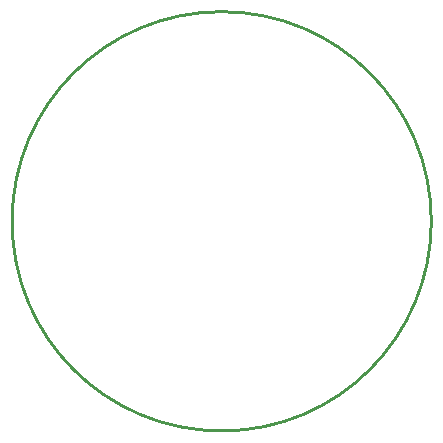
<source format=gko>
G04*
G04 #@! TF.GenerationSoftware,Altium Limited,Altium Designer,20.0.13 (296)*
G04*
G04 Layer_Color=16711935*
%FSLAX24Y24*%
%MOIN*%
G70*
G01*
G75*
%ADD12C,0.0100*%
D12*
X48888Y20400D02*
G03*
X48888Y20400I-6988J0D01*
G01*
M02*

</source>
